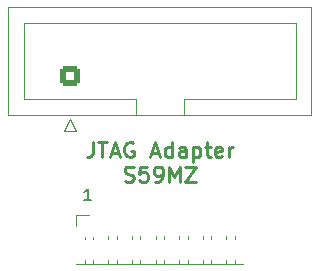
<source format=gto>
G04 #@! TF.GenerationSoftware,KiCad,Pcbnew,7.0.9-7.0.9~ubuntu20.04.1*
G04 #@! TF.CreationDate,2023-11-25T19:42:28+01:00*
G04 #@! TF.ProjectId,kicad-kria-jtag,6b696361-642d-46b7-9269-612d6a746167,1.0*
G04 #@! TF.SameCoordinates,Original*
G04 #@! TF.FileFunction,Legend,Top*
G04 #@! TF.FilePolarity,Positive*
%FSLAX46Y46*%
G04 Gerber Fmt 4.6, Leading zero omitted, Abs format (unit mm)*
G04 Created by KiCad (PCBNEW 7.0.9-7.0.9~ubuntu20.04.1) date 2023-11-25 19:42:28*
%MOMM*%
%LPD*%
G01*
G04 APERTURE LIST*
G04 Aperture macros list*
%AMRoundRect*
0 Rectangle with rounded corners*
0 $1 Rounding radius*
0 $2 $3 $4 $5 $6 $7 $8 $9 X,Y pos of 4 corners*
0 Add a 4 corners polygon primitive as box body*
4,1,4,$2,$3,$4,$5,$6,$7,$8,$9,$2,$3,0*
0 Add four circle primitives for the rounded corners*
1,1,$1+$1,$2,$3*
1,1,$1+$1,$4,$5*
1,1,$1+$1,$6,$7*
1,1,$1+$1,$8,$9*
0 Add four rect primitives between the rounded corners*
20,1,$1+$1,$2,$3,$4,$5,0*
20,1,$1+$1,$4,$5,$6,$7,0*
20,1,$1+$1,$6,$7,$8,$9,0*
20,1,$1+$1,$8,$9,$2,$3,0*%
G04 Aperture macros list end*
%ADD10C,0.150000*%
%ADD11C,0.250000*%
%ADD12C,0.120000*%
%ADD13O,1.350000X1.350000*%
%ADD14R,1.350000X1.350000*%
%ADD15C,1.700000*%
%ADD16RoundRect,0.250000X0.600000X-0.600000X0.600000X0.600000X-0.600000X0.600000X-0.600000X-0.600000X0*%
G04 APERTURE END LIST*
D10*
X133381714Y-105025819D02*
X132810286Y-105025819D01*
X133096000Y-105025819D02*
X133096000Y-104025819D01*
X133096000Y-104025819D02*
X133000762Y-104168676D01*
X133000762Y-104168676D02*
X132905524Y-104263914D01*
X132905524Y-104263914D02*
X132810286Y-104311533D01*
D11*
X133527715Y-100066904D02*
X133527715Y-100995476D01*
X133527715Y-100995476D02*
X133465810Y-101181190D01*
X133465810Y-101181190D02*
X133342001Y-101305000D01*
X133342001Y-101305000D02*
X133156286Y-101366904D01*
X133156286Y-101366904D02*
X133032477Y-101366904D01*
X133961048Y-100066904D02*
X134703905Y-100066904D01*
X134332477Y-101366904D02*
X134332477Y-100066904D01*
X135075334Y-100995476D02*
X135694381Y-100995476D01*
X134951524Y-101366904D02*
X135384857Y-100066904D01*
X135384857Y-100066904D02*
X135818191Y-101366904D01*
X136932477Y-100128809D02*
X136808667Y-100066904D01*
X136808667Y-100066904D02*
X136622953Y-100066904D01*
X136622953Y-100066904D02*
X136437239Y-100128809D01*
X136437239Y-100128809D02*
X136313429Y-100252619D01*
X136313429Y-100252619D02*
X136251524Y-100376428D01*
X136251524Y-100376428D02*
X136189620Y-100624047D01*
X136189620Y-100624047D02*
X136189620Y-100809761D01*
X136189620Y-100809761D02*
X136251524Y-101057380D01*
X136251524Y-101057380D02*
X136313429Y-101181190D01*
X136313429Y-101181190D02*
X136437239Y-101305000D01*
X136437239Y-101305000D02*
X136622953Y-101366904D01*
X136622953Y-101366904D02*
X136746762Y-101366904D01*
X136746762Y-101366904D02*
X136932477Y-101305000D01*
X136932477Y-101305000D02*
X136994381Y-101243095D01*
X136994381Y-101243095D02*
X136994381Y-100809761D01*
X136994381Y-100809761D02*
X136746762Y-100809761D01*
X138480096Y-100995476D02*
X139099143Y-100995476D01*
X138356286Y-101366904D02*
X138789619Y-100066904D01*
X138789619Y-100066904D02*
X139222953Y-101366904D01*
X140213429Y-101366904D02*
X140213429Y-100066904D01*
X140213429Y-101305000D02*
X140089620Y-101366904D01*
X140089620Y-101366904D02*
X139842001Y-101366904D01*
X139842001Y-101366904D02*
X139718191Y-101305000D01*
X139718191Y-101305000D02*
X139656286Y-101243095D01*
X139656286Y-101243095D02*
X139594382Y-101119285D01*
X139594382Y-101119285D02*
X139594382Y-100747857D01*
X139594382Y-100747857D02*
X139656286Y-100624047D01*
X139656286Y-100624047D02*
X139718191Y-100562142D01*
X139718191Y-100562142D02*
X139842001Y-100500238D01*
X139842001Y-100500238D02*
X140089620Y-100500238D01*
X140089620Y-100500238D02*
X140213429Y-100562142D01*
X141389619Y-101366904D02*
X141389619Y-100685952D01*
X141389619Y-100685952D02*
X141327714Y-100562142D01*
X141327714Y-100562142D02*
X141203905Y-100500238D01*
X141203905Y-100500238D02*
X140956286Y-100500238D01*
X140956286Y-100500238D02*
X140832476Y-100562142D01*
X141389619Y-101305000D02*
X141265810Y-101366904D01*
X141265810Y-101366904D02*
X140956286Y-101366904D01*
X140956286Y-101366904D02*
X140832476Y-101305000D01*
X140832476Y-101305000D02*
X140770572Y-101181190D01*
X140770572Y-101181190D02*
X140770572Y-101057380D01*
X140770572Y-101057380D02*
X140832476Y-100933571D01*
X140832476Y-100933571D02*
X140956286Y-100871666D01*
X140956286Y-100871666D02*
X141265810Y-100871666D01*
X141265810Y-100871666D02*
X141389619Y-100809761D01*
X142008666Y-100500238D02*
X142008666Y-101800238D01*
X142008666Y-100562142D02*
X142132476Y-100500238D01*
X142132476Y-100500238D02*
X142380095Y-100500238D01*
X142380095Y-100500238D02*
X142503904Y-100562142D01*
X142503904Y-100562142D02*
X142565809Y-100624047D01*
X142565809Y-100624047D02*
X142627714Y-100747857D01*
X142627714Y-100747857D02*
X142627714Y-101119285D01*
X142627714Y-101119285D02*
X142565809Y-101243095D01*
X142565809Y-101243095D02*
X142503904Y-101305000D01*
X142503904Y-101305000D02*
X142380095Y-101366904D01*
X142380095Y-101366904D02*
X142132476Y-101366904D01*
X142132476Y-101366904D02*
X142008666Y-101305000D01*
X142999142Y-100500238D02*
X143494380Y-100500238D01*
X143184856Y-100066904D02*
X143184856Y-101181190D01*
X143184856Y-101181190D02*
X143246761Y-101305000D01*
X143246761Y-101305000D02*
X143370571Y-101366904D01*
X143370571Y-101366904D02*
X143494380Y-101366904D01*
X144422951Y-101305000D02*
X144299142Y-101366904D01*
X144299142Y-101366904D02*
X144051523Y-101366904D01*
X144051523Y-101366904D02*
X143927713Y-101305000D01*
X143927713Y-101305000D02*
X143865809Y-101181190D01*
X143865809Y-101181190D02*
X143865809Y-100685952D01*
X143865809Y-100685952D02*
X143927713Y-100562142D01*
X143927713Y-100562142D02*
X144051523Y-100500238D01*
X144051523Y-100500238D02*
X144299142Y-100500238D01*
X144299142Y-100500238D02*
X144422951Y-100562142D01*
X144422951Y-100562142D02*
X144484856Y-100685952D01*
X144484856Y-100685952D02*
X144484856Y-100809761D01*
X144484856Y-100809761D02*
X143865809Y-100933571D01*
X145041999Y-101366904D02*
X145041999Y-100500238D01*
X145041999Y-100747857D02*
X145103904Y-100624047D01*
X145103904Y-100624047D02*
X145165809Y-100562142D01*
X145165809Y-100562142D02*
X145289618Y-100500238D01*
X145289618Y-100500238D02*
X145413428Y-100500238D01*
X136220572Y-103398000D02*
X136406286Y-103459904D01*
X136406286Y-103459904D02*
X136715810Y-103459904D01*
X136715810Y-103459904D02*
X136839619Y-103398000D01*
X136839619Y-103398000D02*
X136901524Y-103336095D01*
X136901524Y-103336095D02*
X136963429Y-103212285D01*
X136963429Y-103212285D02*
X136963429Y-103088476D01*
X136963429Y-103088476D02*
X136901524Y-102964666D01*
X136901524Y-102964666D02*
X136839619Y-102902761D01*
X136839619Y-102902761D02*
X136715810Y-102840857D01*
X136715810Y-102840857D02*
X136468191Y-102778952D01*
X136468191Y-102778952D02*
X136344381Y-102717047D01*
X136344381Y-102717047D02*
X136282476Y-102655142D01*
X136282476Y-102655142D02*
X136220572Y-102531333D01*
X136220572Y-102531333D02*
X136220572Y-102407523D01*
X136220572Y-102407523D02*
X136282476Y-102283714D01*
X136282476Y-102283714D02*
X136344381Y-102221809D01*
X136344381Y-102221809D02*
X136468191Y-102159904D01*
X136468191Y-102159904D02*
X136777714Y-102159904D01*
X136777714Y-102159904D02*
X136963429Y-102221809D01*
X138139619Y-102159904D02*
X137520571Y-102159904D01*
X137520571Y-102159904D02*
X137458667Y-102778952D01*
X137458667Y-102778952D02*
X137520571Y-102717047D01*
X137520571Y-102717047D02*
X137644381Y-102655142D01*
X137644381Y-102655142D02*
X137953905Y-102655142D01*
X137953905Y-102655142D02*
X138077714Y-102717047D01*
X138077714Y-102717047D02*
X138139619Y-102778952D01*
X138139619Y-102778952D02*
X138201524Y-102902761D01*
X138201524Y-102902761D02*
X138201524Y-103212285D01*
X138201524Y-103212285D02*
X138139619Y-103336095D01*
X138139619Y-103336095D02*
X138077714Y-103398000D01*
X138077714Y-103398000D02*
X137953905Y-103459904D01*
X137953905Y-103459904D02*
X137644381Y-103459904D01*
X137644381Y-103459904D02*
X137520571Y-103398000D01*
X137520571Y-103398000D02*
X137458667Y-103336095D01*
X138820571Y-103459904D02*
X139068190Y-103459904D01*
X139068190Y-103459904D02*
X139192000Y-103398000D01*
X139192000Y-103398000D02*
X139253904Y-103336095D01*
X139253904Y-103336095D02*
X139377714Y-103150380D01*
X139377714Y-103150380D02*
X139439619Y-102902761D01*
X139439619Y-102902761D02*
X139439619Y-102407523D01*
X139439619Y-102407523D02*
X139377714Y-102283714D01*
X139377714Y-102283714D02*
X139315809Y-102221809D01*
X139315809Y-102221809D02*
X139192000Y-102159904D01*
X139192000Y-102159904D02*
X138944381Y-102159904D01*
X138944381Y-102159904D02*
X138820571Y-102221809D01*
X138820571Y-102221809D02*
X138758666Y-102283714D01*
X138758666Y-102283714D02*
X138696762Y-102407523D01*
X138696762Y-102407523D02*
X138696762Y-102717047D01*
X138696762Y-102717047D02*
X138758666Y-102840857D01*
X138758666Y-102840857D02*
X138820571Y-102902761D01*
X138820571Y-102902761D02*
X138944381Y-102964666D01*
X138944381Y-102964666D02*
X139192000Y-102964666D01*
X139192000Y-102964666D02*
X139315809Y-102902761D01*
X139315809Y-102902761D02*
X139377714Y-102840857D01*
X139377714Y-102840857D02*
X139439619Y-102717047D01*
X139996761Y-103459904D02*
X139996761Y-102159904D01*
X139996761Y-102159904D02*
X140430095Y-103088476D01*
X140430095Y-103088476D02*
X140863428Y-102159904D01*
X140863428Y-102159904D02*
X140863428Y-103459904D01*
X141358666Y-102159904D02*
X142225332Y-102159904D01*
X142225332Y-102159904D02*
X141358666Y-103459904D01*
X141358666Y-103459904D02*
X142225332Y-103459904D01*
D12*
X135552000Y-108325083D02*
X135552000Y-108050917D01*
X132832000Y-108325083D02*
X132832000Y-108123000D01*
X142832000Y-110398000D02*
X142832000Y-110050917D01*
X135552000Y-110398000D02*
X135552000Y-110050917D01*
X140832000Y-110398000D02*
X140832000Y-110050917D01*
X134832000Y-108325083D02*
X134832000Y-108050917D01*
X137552000Y-108325083D02*
X137552000Y-108050917D01*
X132132000Y-106253000D02*
X133192000Y-106253000D01*
X133552000Y-110398000D02*
X133552000Y-110050917D01*
X143552000Y-110398000D02*
X143552000Y-110050917D01*
X139552000Y-110398000D02*
X139552000Y-110050917D01*
X144832000Y-108325083D02*
X144832000Y-108050917D01*
X134832000Y-110398000D02*
X134832000Y-110050917D01*
X132132000Y-110398000D02*
X146252000Y-110398000D01*
X141552000Y-110398000D02*
X141552000Y-110050917D01*
X145552000Y-110398000D02*
X145552000Y-110050917D01*
X133552000Y-108325083D02*
X133552000Y-108123000D01*
X141552000Y-108325083D02*
X141552000Y-108050917D01*
X140832000Y-108325083D02*
X140832000Y-108050917D01*
X138832000Y-110398000D02*
X138832000Y-110050917D01*
X132132000Y-107188000D02*
X132132000Y-106253000D01*
X138832000Y-108325083D02*
X138832000Y-108050917D01*
X145552000Y-108325083D02*
X145552000Y-108050917D01*
X143552000Y-108325083D02*
X143552000Y-108050917D01*
X142832000Y-108325083D02*
X142832000Y-108050917D01*
X139552000Y-108325083D02*
X139552000Y-108050917D01*
X136832000Y-110398000D02*
X136832000Y-110050917D01*
X144832000Y-110398000D02*
X144832000Y-110050917D01*
X137552000Y-110398000D02*
X137552000Y-110050917D01*
X132832000Y-110398000D02*
X132832000Y-110050917D01*
X136832000Y-108325083D02*
X136832000Y-108050917D01*
X137142000Y-97778000D02*
X137142000Y-96468000D01*
X152022000Y-88658000D02*
X152022000Y-97778000D01*
X127662000Y-96468000D02*
X127662000Y-89968000D01*
X150722000Y-89968000D02*
X150722000Y-96468000D01*
X132072000Y-99168000D02*
X131572000Y-98168000D01*
X152022000Y-97778000D02*
X126362000Y-97778000D01*
X131072000Y-99168000D02*
X132072000Y-99168000D01*
X150722000Y-96468000D02*
X141242000Y-96468000D01*
X126362000Y-97778000D02*
X126362000Y-88658000D01*
X127662000Y-89968000D02*
X150722000Y-89968000D01*
X141242000Y-96468000D02*
X141242000Y-96468000D01*
X137142000Y-96468000D02*
X127662000Y-96468000D01*
X131572000Y-98168000D02*
X131072000Y-99168000D01*
X126362000Y-88658000D02*
X152022000Y-88658000D01*
X141242000Y-96468000D02*
X141242000Y-97778000D01*
%LPC*%
D13*
X145192000Y-109188000D03*
X145192000Y-107188000D03*
X143192000Y-109188000D03*
X143192000Y-107188000D03*
X141192000Y-109188000D03*
X141192000Y-107188000D03*
X139192000Y-109188000D03*
X139192000Y-107188000D03*
X137192000Y-109188000D03*
X137192000Y-107188000D03*
X135192000Y-109188000D03*
X135192000Y-107188000D03*
X133192000Y-109188000D03*
D14*
X133192000Y-107188000D03*
D15*
X146812000Y-91948000D03*
X146812000Y-94488000D03*
X144272000Y-91948000D03*
X144272000Y-94488000D03*
X141732000Y-91948000D03*
X141732000Y-94488000D03*
X139192000Y-91948000D03*
X139192000Y-94488000D03*
X136652000Y-91948000D03*
X136652000Y-94488000D03*
X134112000Y-91948000D03*
X134112000Y-94488000D03*
X131572000Y-91948000D03*
D16*
X131572000Y-94488000D03*
%LPD*%
M02*

</source>
